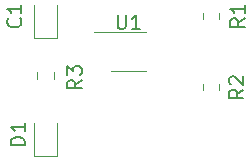
<source format=gbr>
%TF.GenerationSoftware,KiCad,Pcbnew,(5.1.6)-1*%
%TF.CreationDate,2020-09-22T06:28:04-04:00*%
%TF.ProjectId,Tutorial,5475746f-7269-4616-9c2e-6b696361645f,rev?*%
%TF.SameCoordinates,Original*%
%TF.FileFunction,Legend,Top*%
%TF.FilePolarity,Positive*%
%FSLAX46Y46*%
G04 Gerber Fmt 4.6, Leading zero omitted, Abs format (unit mm)*
G04 Created by KiCad (PCBNEW (5.1.6)-1) date 2020-09-22 06:28:04*
%MOMM*%
%LPD*%
G01*
G04 APERTURE LIST*
%ADD10C,0.120000*%
%ADD11C,0.200000*%
G04 APERTURE END LIST*
D10*
%TO.C,U1*%
X161000000Y-85390000D02*
X158075000Y-85390000D01*
X161000000Y-85390000D02*
X162500000Y-85390000D01*
X161000000Y-88610000D02*
X159500000Y-88610000D01*
X161000000Y-88610000D02*
X162500000Y-88610000D01*
%TO.C,R3*%
X153290000Y-88763748D02*
X153290000Y-89286252D01*
X154710000Y-88763748D02*
X154710000Y-89286252D01*
%TO.C,R2*%
X167290000Y-89763748D02*
X167290000Y-90286252D01*
X168710000Y-89763748D02*
X168710000Y-90286252D01*
%TO.C,R1*%
X167290000Y-83738748D02*
X167290000Y-84261252D01*
X168710000Y-83738748D02*
X168710000Y-84261252D01*
%TO.C,D1*%
X154960000Y-95885000D02*
X154960000Y-93025000D01*
X153040000Y-95885000D02*
X154960000Y-95885000D01*
X153040000Y-93025000D02*
X153040000Y-95885000D01*
%TO.C,C1*%
X154960000Y-85885000D02*
X154960000Y-83025000D01*
X153040000Y-85885000D02*
X154960000Y-85885000D01*
X153040000Y-83025000D02*
X153040000Y-85885000D01*
%TO.C,U1*%
D11*
X160085714Y-83892857D02*
X160085714Y-84864285D01*
X160142857Y-84978571D01*
X160200000Y-85035714D01*
X160314285Y-85092857D01*
X160542857Y-85092857D01*
X160657142Y-85035714D01*
X160714285Y-84978571D01*
X160771428Y-84864285D01*
X160771428Y-83892857D01*
X161971428Y-85092857D02*
X161285714Y-85092857D01*
X161628571Y-85092857D02*
X161628571Y-83892857D01*
X161514285Y-84064285D01*
X161400000Y-84178571D01*
X161285714Y-84235714D01*
%TO.C,R3*%
X157042857Y-89400000D02*
X156471428Y-89800000D01*
X157042857Y-90085714D02*
X155842857Y-90085714D01*
X155842857Y-89628571D01*
X155900000Y-89514285D01*
X155957142Y-89457142D01*
X156071428Y-89400000D01*
X156242857Y-89400000D01*
X156357142Y-89457142D01*
X156414285Y-89514285D01*
X156471428Y-89628571D01*
X156471428Y-90085714D01*
X155842857Y-89000000D02*
X155842857Y-88257142D01*
X156300000Y-88657142D01*
X156300000Y-88485714D01*
X156357142Y-88371428D01*
X156414285Y-88314285D01*
X156528571Y-88257142D01*
X156814285Y-88257142D01*
X156928571Y-88314285D01*
X156985714Y-88371428D01*
X157042857Y-88485714D01*
X157042857Y-88828571D01*
X156985714Y-88942857D01*
X156928571Y-89000000D01*
%TO.C,R2*%
X170742857Y-90225000D02*
X170171428Y-90625000D01*
X170742857Y-90910714D02*
X169542857Y-90910714D01*
X169542857Y-90453571D01*
X169600000Y-90339285D01*
X169657142Y-90282142D01*
X169771428Y-90225000D01*
X169942857Y-90225000D01*
X170057142Y-90282142D01*
X170114285Y-90339285D01*
X170171428Y-90453571D01*
X170171428Y-90910714D01*
X169657142Y-89767857D02*
X169600000Y-89710714D01*
X169542857Y-89596428D01*
X169542857Y-89310714D01*
X169600000Y-89196428D01*
X169657142Y-89139285D01*
X169771428Y-89082142D01*
X169885714Y-89082142D01*
X170057142Y-89139285D01*
X170742857Y-89825000D01*
X170742857Y-89082142D01*
%TO.C,R1*%
X170842857Y-84200000D02*
X170271428Y-84600000D01*
X170842857Y-84885714D02*
X169642857Y-84885714D01*
X169642857Y-84428571D01*
X169700000Y-84314285D01*
X169757142Y-84257142D01*
X169871428Y-84200000D01*
X170042857Y-84200000D01*
X170157142Y-84257142D01*
X170214285Y-84314285D01*
X170271428Y-84428571D01*
X170271428Y-84885714D01*
X170842857Y-83057142D02*
X170842857Y-83742857D01*
X170842857Y-83400000D02*
X169642857Y-83400000D01*
X169814285Y-83514285D01*
X169928571Y-83628571D01*
X169985714Y-83742857D01*
%TO.C,D1*%
X152242857Y-94910714D02*
X151042857Y-94910714D01*
X151042857Y-94625000D01*
X151100000Y-94453571D01*
X151214285Y-94339285D01*
X151328571Y-94282142D01*
X151557142Y-94225000D01*
X151728571Y-94225000D01*
X151957142Y-94282142D01*
X152071428Y-94339285D01*
X152185714Y-94453571D01*
X152242857Y-94625000D01*
X152242857Y-94910714D01*
X152242857Y-93082142D02*
X152242857Y-93767857D01*
X152242857Y-93425000D02*
X151042857Y-93425000D01*
X151214285Y-93539285D01*
X151328571Y-93653571D01*
X151385714Y-93767857D01*
%TO.C,C1*%
X151828571Y-84200000D02*
X151885714Y-84257142D01*
X151942857Y-84428571D01*
X151942857Y-84542857D01*
X151885714Y-84714285D01*
X151771428Y-84828571D01*
X151657142Y-84885714D01*
X151428571Y-84942857D01*
X151257142Y-84942857D01*
X151028571Y-84885714D01*
X150914285Y-84828571D01*
X150800000Y-84714285D01*
X150742857Y-84542857D01*
X150742857Y-84428571D01*
X150800000Y-84257142D01*
X150857142Y-84200000D01*
X151942857Y-83057142D02*
X151942857Y-83742857D01*
X151942857Y-83400000D02*
X150742857Y-83400000D01*
X150914285Y-83514285D01*
X151028571Y-83628571D01*
X151085714Y-83742857D01*
%TD*%
M02*

</source>
